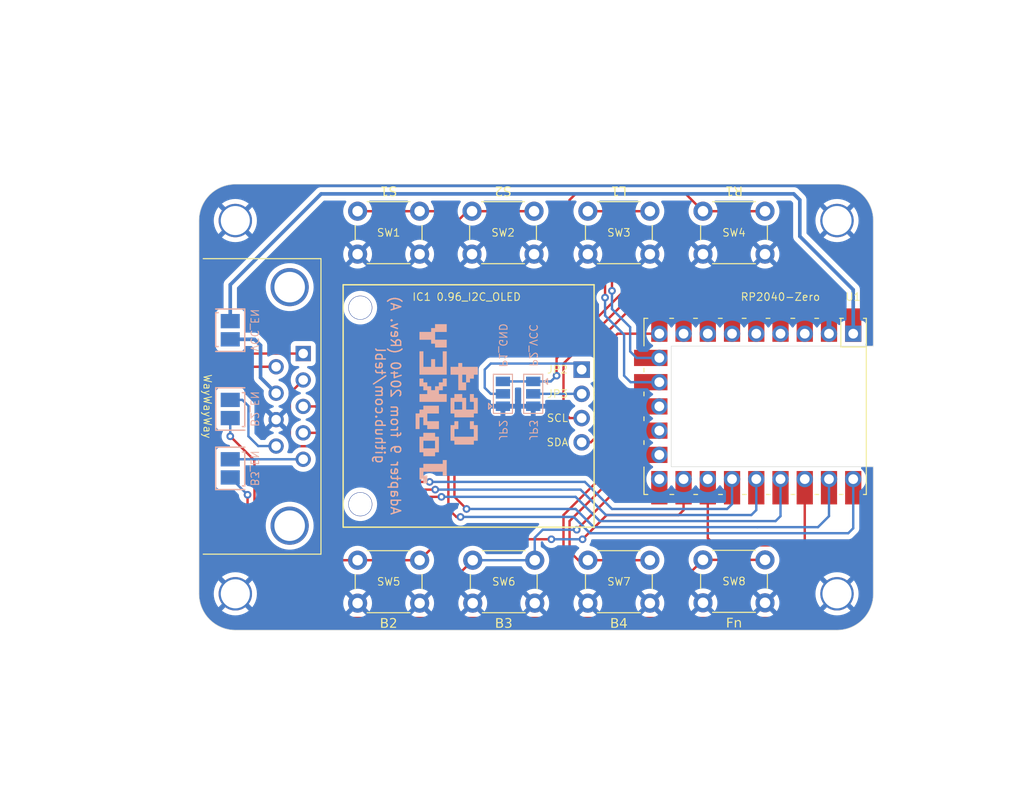
<source format=kicad_pcb>
(kicad_pcb (version 20240108) (generator "pcbnew") (generator_version "8.0")
  (layers (0 "F.Cu" signal) (31 "B.Cu" signal) (34 "B.Paste" user) (35 "F.Paste" user) (36 "B.SilkS" user "B.Silkscreen") (37 "F.SilkS" user "F.Silkscreen") (38 "B.Mask" user) (39 "F.Mask" user) (44 "Edge.Cuts" user))
  (net 0 "")
  (net 1 "GND")
  (net 2 "B1")
  (net 3 "VCC")
  (net 4 "UP")
  (net 5 "DOWN")
  (net 6 "LEFT")
  (net 7 "Net-(J1-VCC)")
  (net 8 "Net-(JP5-A)")
  (net 9 "RIGHT")
  (net 10 "Net-(JP1-A)")
  (net 11 "B2")
  (net 12 "B3")
  (net 13 "S1")
  (net 14 "S2")
  (net 15 "L1")
  (net 16 "R1")
  (net 17 "I2C_SDA")
  (net 18 "B4")
  (net 19 "+3V3")
  (net 20 "Function")
  (net 21 "I2C_SCL")
  (net 27 "/L2_1")
  (net 30 "Net-(IC1-VCC)")
  (net 31 "Net-(IC1-GND)")
  (net 32 "/L2")
  (footprint "mounting:M3_pin" (layer "F.Cu") (at 163.0925 98.679 -90)
    (property "Reference" "M1" (hide yes))
    (property "Value" "Mounting" (hide yes))
    (pad "1" thru_hole circle (at 0 0 270) (size 3.5 3.5) (drill 3.048) (layers "*.Cu" "*.Mask") (net 1 "GND"))
  )
  (footprint "mounting:M3_pin" (layer "F.Cu") (at 163.0925 137.795 -90)
    (property "Reference" "M2" (hide yes))
    (property "Value" "Mounting" (hide yes))
    (pad "1" thru_hole circle (at 0 0 270) (size 3.5 3.5) (drill 3.048) (layers "*.Cu" "*.Mask") (net 1 "GND"))
  )
  (footprint "mounting:M3_pin" (layer "F.Cu") (at 226.148 137.795 -90)
    (property "Reference" "M3" (hide yes))
    (property "Value" "Mounting" (hide yes))
    (pad "1" thru_hole circle (at 0 0 270) (size 3.5 3.5) (drill 3.048) (layers "*.Cu" "*.Mask") (net 1 "GND"))
  )
  (footprint "mounting:M3_pin" (layer "F.Cu") (at 226.148 98.679 -90)
    (property "Reference" "M4" (hide yes))
    (property "Value" "Mounting" (hide yes))
    (pad "1" thru_hole circle (at 0 0 270) (size 3.5 3.5) (drill 3.048) (layers "*.Cu" "*.Mask") (net 1 "GND"))
  )
  (footprint "switch_cutout:SW_PUSH_6mm" (layer "F.Cu") (at 179.158 99.949)
    (property "Reference" "SW1" (hide yes))
    (property "Value" "S1" (at 0 -4.4196 180) (layer "F.SilkS") (effects (font (thickness 0.1))))
    (fp_line (start -3.5 -0.75) (end -3.5 0.75) (stroke (width 0.12)) (layer "F.SilkS"))
    (fp_line (start -2.25 3.25) (end 2.25 3.25) (stroke (width 0.12)) (layer "F.SilkS"))
    (fp_line (start 2.25 -3.25) (end -2.25 -3.25) (stroke (width 0.12)) (layer "F.SilkS"))
    (fp_line (start 3.5 0.75) (end 3.5 -0.75) (stroke (width 0.12)) (layer "F.SilkS"))
    (fp_text user "${REFERENCE}" (at 0 0 0) (layer "F.SilkS") (effects (font (size 0.8 0.8) (thickness 0.1))))
    (pad "1" thru_hole circle (at -3.25 -2.25 90) (size 2 2) (drill 1.1) (layers "*.Cu" "*.Mask") (net 13 "S1"))
    (pad "1" thru_hole circle (at 3.25 -2.25 90) (size 2 2) (drill 1.1) (layers "*.Cu" "*.Mask") (net 13 "S1"))
    (pad "2" thru_hole circle (at -3.25 2.25 90) (size 2 2) (drill 1.1) (layers "*.Cu" "*.Mask") (net 1 "GND"))
    (pad "2" thru_hole circle (at 3.25 2.25 90) (size 2 2) (drill 1.1) (layers "*.Cu" "*.Mask") (net 1 "GND"))
  )
  (footprint "switch_cutout:SW_PUSH_6mm" (layer "F.Cu") (at 203.288 136.525)
    (property "Reference" "SW7" (hide yes))
    (property "Value" "B4" (at 0 4.4196 0) (layer "F.SilkS") (effects (font (thickness 0.1))))
    (fp_line (start -3.5 -0.75) (end -3.5 0.75) (stroke (width 0.12)) (layer "F.SilkS"))
    (fp_line (start -2.25 3.25) (end 2.25 3.25) (stroke (width 0.12)) (layer "F.SilkS"))
    (fp_line (start 2.25 -3.25) (end -2.25 -3.25) (stroke (width 0.12)) (layer "F.SilkS"))
    (fp_line (start 3.5 0.75) (end 3.5 -0.75) (stroke (width 0.12)) (layer "F.SilkS"))
    (fp_text user "${REFERENCE}" (at 0 0 0) (layer "F.SilkS") (effects (font (size 0.8 0.8) (thickness 0.1))))
    (pad "1" thru_hole circle (at -3.25 -2.25 90) (size 2 2) (drill 1.1) (layers "*.Cu" "*.Mask") (net 18 "B4"))
    (pad "1" thru_hole circle (at 3.25 -2.25 90) (size 2 2) (drill 1.1) (layers "*.Cu" "*.Mask") (net 18 "B4"))
    (pad "2" thru_hole circle (at -3.25 2.25 90) (size 2 2) (drill 1.1) (layers "*.Cu" "*.Mask") (net 1 "GND"))
    (pad "2" thru_hole circle (at 3.25 2.25 90) (size 2 2) (drill 1.1) (layers "*.Cu" "*.Mask") (net 1 "GND"))
  )
  (footprint "pi_pico:RP2040-Zero_Clean" (layer "F.Cu") (at 203.718 118.1565 -90)
    (property "Reference" "U1" (at -11.4765 -24.12 0) (layer "F.SilkS") (effects (font (size 0.8 0.8) (thickness 0.1))))
    (property "Value" "RP2040-Zero" (at -11.4765 -16.5 0) (layer "F.SilkS") (effects (font (size 0.8 0.8) (thickness 0.1))))
    (fp_line (start -6.35 -2.2) (end -9.23 -2.2) (stroke (width 0.12)) (layer "F.SilkS"))
    (fp_line (start -4.01 -2.2) (end -3.61 -2.2) (stroke (width 0.12)) (layer "F.SilkS"))
    (fp_line (start -1.51 -2.2) (end -1.11 -2.2) (stroke (width 0.12)) (layer "F.SilkS"))
    (fp_line (start 1.09 -2.2) (end 1.49 -2.2) (stroke (width 0.12)) (layer "F.SilkS"))
    (fp_line (start 3.59 -2.2) (end 3.99 -2.2) (stroke (width 0.12)) (layer "F.SilkS"))
    (fp_line (start 9.23 -2.2) (end 6.35 -2.2) (stroke (width 0.12)) (layer "F.SilkS"))
    (fp_line (start -9.23 -2.6) (end -9.23 -2.2) (stroke (width 0.12)) (layer "F.SilkS"))
    (fp_line (start 9.23 -2.6) (end 9.23 -2.2) (stroke (width 0.12)) (layer "F.SilkS"))
    (fp_line (start -9.23 -5.3) (end -9.23 -4.9) (stroke (width 0.12)) (layer "F.SilkS"))
    (fp_line (start 9.23 -5.32) (end 9.23 -4.92) (stroke (width 0.12)) (layer "F.SilkS"))
    (fp_line (start -9.23 -7.8) (end -9.23 -7.4) (stroke (width 0.12)) (layer "F.SilkS"))
    (fp_line (start 9.23 -7.82) (end 9.23 -7.42) (stroke (width 0.12)) (layer "F.SilkS"))
    (fp_line (start -9.23 -10.4) (end -9.23 -10) (stroke (width 0.12)) (layer "F.SilkS"))
    (fp_line (start 9.23 -10.42) (end 9.23 -10.02) (stroke (width 0.12)) (layer "F.SilkS"))
    (fp_line (start -9.23 -12.9) (end -9.23 -12.5) (stroke (width 0.12)) (layer "F.SilkS"))
    (fp_line (start 9.23 -12.92) (end 9.23 -12.52) (stroke (width 0.12)) (layer "F.SilkS"))
    (fp_line (start -9.23 -15.4) (end -9.23 -15) (stroke (width 0.12)) (layer "F.SilkS"))
    (fp_line (start 9.23 -15.42) (end 9.23 -15.02) (stroke (width 0.12)) (layer "F.SilkS"))
    (fp_line (start -9.23 -18) (end -9.23 -17.6) (stroke (width 0.12)) (layer "F.SilkS"))
    (fp_line (start 9.23 -18.02) (end 9.23 -17.62) (stroke (width 0.12)) (layer "F.SilkS"))
    (fp_line (start -9.23 -20.5) (end -9.23 -20.1) (stroke (width 0.12)) (layer "F.SilkS"))
    (fp_line (start 9.23 -20.52) (end 9.23 -20.12) (stroke (width 0.12)) (layer "F.SilkS"))
    (fp_line (start -9.23 -22.833) (end -6.223 -22.833) (stroke (width 0.12)) (layer "F.SilkS"))
    (fp_line (start -6.223 -22.833) (end -6.223 -25.5) (stroke (width 0.12)) (layer "F.SilkS"))
    (fp_line (start 9.23 -23.06) (end 9.23 -22.66) (stroke (width 0.12)) (layer "F.SilkS"))
    (fp_line (start -9.23 -23.1) (end -9.23 -22.7) (stroke (width 0.12)) (layer "F.SilkS"))
    (fp_line (start -9.23 -25.5) (end -9.23 -25.2) (stroke (width 0.12)) (layer "F.SilkS"))
    (fp_line (start -9.23 -25.5) (end 9.23 -25.5) (stroke (width 0.12)) (layer "F.SilkS"))
    (fp_line (start 9.23 -25.5) (end 9.23 -25.2) (stroke (width 0.12)) (layer "F.SilkS"))
    (pad "1" thru_hole rect (at -7.62 -24.13 270) (size 1.7 1.7) (drill 1.02) (layers "*.Cu" "*.Mask") (net 3 "VCC"))
    (pad "1" smd rect (at -7.62 -24.13 270) (size 3.5 1.7) (drill (offset -0.9 0)) (layers "F.Cu" "F.Mask") (net 3 "VCC"))
    (pad "2" thru_hole oval (at -7.62 -21.59 270) (size 1.7 1.7) (drill 1.02) (layers "*.Cu" "*.Mask") (net 1 "GND"))
    (pad "2" smd rect (at -7.62 -21.59 270) (size 3.5 1.7) (drill (offset -0.9 0)) (layers "F.Cu" "F.Mask") (net 1 "GND"))
    (pad "3" thru_hole oval (at -7.62 -19.05 270) (size 1.7 1.7) (drill 1.02) (layers "*.Cu" "*.Mask") (net 19 "+3V3"))
    (pad "3" smd rect (at -7.62 -19.05 270) (size 3.5 1.7) (drill (offset -0.9 0)) (layers "F.Cu" "F.Mask") (net 19 "+3V3"))
    (pad "4" thru_hole oval (at -7.62 -16.51 270) (size 1.7 1.7) (drill 1.02) (layers "*.Cu" "*.Mask"))
    (pad "4" smd rect (at -7.62 -16.51 270) (size 3.5 1.7) (drill (offset -0.9 0)) (layers "F.Cu" "F.Mask"))
    (pad "5" thru_hole oval (at -7.62 -13.97 270) (size 1.7 1.7) (drill 1.02) (layers "*.Cu" "*.Mask"))
    (pad "5" smd rect (at -7.62 -13.97 270) (size 3.5 1.7) (drill (offset -0.9 0)) (layers "F.Cu" "F.Mask"))
    (pad "6" thru_hole oval (at -7.62 -11.43 270) (size 1.7 1.7) (drill 1.02) (layers "*.Cu" "*.Mask") (net 21 "I2C_SCL"))
    (pad "6" smd rect (at -7.62 -11.43 270) (size 3.5 1.7) (drill (offset -0.9 0)) (layers "F.Cu" "F.Mask") (net 21 "I2C_SCL"))
    (pad "7" thru_hole oval (at -7.62 -8.89 270) (size 1.7 1.7) (drill 1.02) (layers "*.Cu" "*.Mask") (net 17 "I2C_SDA"))
    (pad "7" smd rect (at -7.62 -8.89 270) (size 3.5 1.7) (drill (offset -0.9 0)) (layers "F.Cu" "F.Mask") (net 17 "I2C_SDA"))
    (pad "8" thru_hole oval (at -7.62 -6.35 270) (size 1.7 1.7) (drill 1.02) (layers "*.Cu" "*.Mask"))
    (pad "8" smd rect (at -7.62 -6.35 270) (size 3.5 1.7) (drill (offset -0.9 0)) (layers "F.Cu" "F.Mask"))
    (pad "9" thru_hole oval (at -7.62 -3.81 270) (size 1.7 1.7) (drill 1.02) (layers "*.Cu" "*.Mask") (net 20 "Function"))
    (pad "9" smd rect (at -7.62 -3.81 270) (size 3.5 1.7) (drill (offset -0.9 0)) (layers "F.Cu" "F.Mask") (net 20 "Function"))
    (pad "10" thru_hole oval (at -5.08 -3.81) (size 1.7 1.7) (drill 1.02) (layers "*.Cu" "*.Mask") (net 15 "L1"))
    (pad "10" smd rect (at -5.08 -3.81) (size 3.5 1.7) (drill (offset -0.9 0)) (layers "F.Cu" "F.Mask") (net 15 "L1"))
    (pad "11" thru_hole oval (at -2.54 -3.81) (size 1.7 1.7) (drill 1.02) (layers "*.Cu" "*.Mask") (net 16 "R1"))
    (pad "11" smd rect (at -2.54 -3.81) (size 3.5 1.7) (drill (offset -0.9 0)) (layers "F.Cu" "F.Mask") (net 16 "R1"))
    (pad "12" thru_hole oval (at 0 -3.81) (size 1.7 1.7) (drill 1.02) (layers "*.Cu" "*.Mask") (net 18 "B4"))
    (pad "12" smd rect (at 0 -3.81) (size 3.5 1.7) (drill (offset -0.9 0)) (layers "F.Cu" "F.Mask") (net 18 "B4"))
    (pad "13" thru_hole oval (at 2.54 -3.81 270) (size 1.7 1.7) (drill 1.02) (layers "*.Cu" "*.Mask") (net 12 "B3"))
    (pad "13" smd rect (at 2.54 -3.81) (size 3.5 1.7) (drill (offset -0.9 0)) (layers "F.Cu" "F.Mask") (net 12 "B3"))
    (pad "14" thru_hole oval (at 5.08 -3.81) (size 1.7 1.7) (drill 1.02) (layers "*.Cu" "*.Mask") (net 27 "/L2_1"))
    (pad "14" smd rect (at 5.08 -3.81) (size 3.5 1.7) (drill (offset -0.9 0)) (layers "F.Cu" "F.Mask") (net 32 "/L2"))
    (pad "15" thru_hole oval (at 7.62 -3.81 270) (size 1.7 1.7) (drill 1.02) (layers "*.Cu" "*.Mask"))
    (pad "15" smd rect (at 7.62 -3.81 270) (size 3.5 1.7) (drill (offset 0.9 0)) (layers "F.Cu" "F.Mask"))
    (pad "16" thru_hole oval (at 7.62 -6.35 270) (size 1.7 1.7) (drill 1.02) (layers "*.Cu" "*.Mask") (net 11 "B2"))
    (pad "16" smd rect (at 7.62 -6.35 270) (size 3.5 1.7) (drill (offset 0.9 0)) (layers "F.Cu" "F.Mask") (net 11 "B2"))
    (pad "17" thru_hole oval (at 7.62 -8.89 270) (size 1.7 1.7) (drill 1.02) (layers "*.Cu" "*.Mask") (net 2 "B1"))
    (pad "17" smd rect (at 7.62 -8.89 270) (size 3.5 1.7) (drill (offset 0.9 0)) (layers "F.Cu" "F.Mask") (net 2 "B1"))
    (pad "18" thru_hole oval (at 7.62 -11.43 270) (size 1.7 1.7) (drill 1.02) (layers "*.Cu" "*.Mask") (net 6 "LEFT"))
    (pad "18" smd rect (at 7.62 -11.43 270) (size 3.5 1.7) (drill (offset 0.9 0)) (layers "F.Cu" "F.Mask") (net 6 "LEFT"))
    (pad "19" thru_hole oval (at 7.62 -13.97 270) (size 1.7 1.7) (drill 1.02) (layers "*.Cu" "*.Mask") (net 9 "RIGHT"))
    (pad "19" smd rect (at 7.62 -13.97 270) (size 3.5 1.7) (drill (offset 0.9 0)) (layers "F.Cu" "F.Mask") (net 9 "RIGHT"))
    (pad "20" thru_hole oval (at 7.62 -16.51 270) (size 1.7 1.7) (drill 1.02) (layers "*.Cu" "*.Mask") (net 5 "DOWN"))
    (pad "20" smd rect (at 7.62 -16.51 270) (size 3.5 1.7) (drill (offset 0.9 0)) (layers "F.Cu" "F.Mask") (net 5 "DOWN"))
    (pad "21" thru_hole oval (at 7.62 -19.05 270) (size 1.7 1.7) (drill 1.02) (layers "*.Cu" "*.Mask") (net 4 "UP"))
    (pad "21" smd rect (at 7.62 -19.05 270) (size 3.5 1.7) (drill (offset 0.9 0)) (layers "F.Cu" "F.Mask") (net 4 "UP"))
    (pad "22" thru_hole oval (at 7.62 -21.59 270) (size 1.7 1.7) (drill 1.02) (layers "*.Cu" "*.Mask") (net 14 "S2"))
    (pad "22" smd rect (at 7.62 -21.59 270) (size 3.5 1.7) (drill (offset 0.9 0)) (layers "F.Cu" "F.Mask") (net 14 "S2"))
    (pad "23" thru_hole oval (at 7.62 -24.13 270) (size 1.7 1.7) (drill 1.02) (layers "*.Cu" "*.Mask") (net 13 "S1"))
    (pad "23" smd rect (at 7.62 -24.13 270) (size 3.5 1.7) (drill (offset 0.9 0)) (layers "F.Cu" "F.Mask") (net 13 "S1"))
  )
  (footprint "switch_cutout:SW_PUSH_6mm" (layer "F.Cu") (at 215.353 99.949)
    (property "Reference" "SW4" (hide yes))
    (property "Value" "R1" (at 0 -4.4196 180) (layer "F.SilkS") (effects (font (thickness 0.1))))
    (fp_line (start -3.5 -0.75) (end -3.5 0.75) (stroke (width 0.12)) (layer "F.SilkS"))
    (fp_line (start -2.25 3.25) (end 2.25 3.25) (stroke (width 0.12)) (layer "F.SilkS"))
    (fp_line (start 2.25 -3.25) (end -2.25 -3.25) (stroke (width 0.12)) (layer "F.SilkS"))
    (fp_line (start 3.5 0.75) (end 3.5 -0.75) (stroke (width 0.12)) (layer "F.SilkS"))
    (fp_text user "${REFERENCE}" (at 0 0 0) (layer "F.SilkS") (effects (font (size 0.8 0.8) (thickness 0.1))))
    (pad "1" thru_hole circle (at -3.25 -2.25 90) (size 2 2) (drill 1.1) (layers "*.Cu" "*.Mask") (net 16 "R1"))
    (pad "1" thru_hole circle (at 3.25 -2.25 90) (size 2 2) (drill 1.1) (layers "*.Cu" "*.Mask") (net 16 "R1"))
    (pad "2" thru_hole circle (at -3.25 2.25 90) (size 2 2) (drill 1.1) (layers "*.Cu" "*.Mask") (net 1 "GND"))
    (pad "2" thru_hole circle (at 3.25 2.25 90) (size 2 2) (drill 1.1) (layers "*.Cu" "*.Mask") (net 1 "GND"))
  )
  (footprint "switch_cutout:SW_PUSH_6mm" (layer "F.Cu") (at 203.288 99.949)
    (property "Reference" "SW3" (hide yes))
    (property "Value" "L1" (at 0 -4.4196 180) (layer "F.SilkS") (effects (font (thickness 0.1))))
    (fp_line (start -3.5 -0.75) (end -3.5 0.75) (stroke (width 0.12)) (layer "F.SilkS"))
    (fp_line (start -2.25 3.25) (end 2.25 3.25) (stroke (width 0.12)) (layer "F.SilkS"))
    (fp_line (start 2.25 -3.25) (end -2.25 -3.25) (stroke (width 0.12)) (layer "F.SilkS"))
    (fp_line (start 3.5 0.75) (end 3.5 -0.75) (stroke (width 0.12)) (layer "F.SilkS"))
    (fp_text user "${REFERENCE}" (at 0 0 0) (layer "F.SilkS") (effects (font (size 0.8 0.8) (thickness 0.1))))
    (pad "1" thru_hole circle (at -3.25 -2.25 90) (size 2 2) (drill 1.1) (layers "*.Cu" "*.Mask") (net 15 "L1"))
    (pad "1" thru_hole circle (at 3.25 -2.25 90) (size 2 2) (drill 1.1) (layers "*.Cu" "*.Mask") (net 15 "L1"))
    (pad "2" thru_hole circle (at -3.25 2.25 90) (size 2 2) (drill 1.1) (layers "*.Cu" "*.Mask") (net 1 "GND"))
    (pad "2" thru_hole circle (at 3.25 2.25 90) (size 2 2) (drill 1.1) (layers "*.Cu" "*.Mask") (net 1 "GND"))
  )
  (footprint "switch_cutout:SW_PUSH_6mm" (layer "F.Cu") (at 191.148 99.949)
    (property "Reference" "SW2" (hide yes))
    (property "Value" "S2" (at 0 -4.4196 180) (layer "F.SilkS") (effects (font (thickness 0.1))))
    (fp_line (start -3.5 -0.75) (end -3.5 0.75) (stroke (width 0.12)) (layer "F.SilkS"))
    (fp_line (start -2.25 3.25) (end 2.25 3.25) (stroke (width 0.12)) (layer "F.SilkS"))
    (fp_line (start 2.25 -3.25) (end -2.25 -3.25) (stroke (width 0.12)) (layer "F.SilkS"))
    (fp_line (start 3.5 0.75) (end 3.5 -0.75) (stroke (width 0.12)) (layer "F.SilkS"))
    (fp_text user "${REFERENCE}" (at 0 0 0) (layer "F.SilkS") (effects (font (size 0.8 0.8) (thickness 0.1))))
    (pad "1" thru_hole circle (at -3.25 -2.25 90) (size 2 2) (drill 1.1) (layers "*.Cu" "*.Mask") (net 14 "S2"))
    (pad "1" thru_hole circle (at 3.25 -2.25 90) (size 2 2) (drill 1.1) (layers "*.Cu" "*.Mask") (net 14 "S2"))
    (pad "2" thru_hole circle (at -3.25 2.25 90) (size 2 2) (drill 1.1) (layers "*.Cu" "*.Mask") (net 1 "GND"))
    (pad "2" thru_hole circle (at 3.25 2.25 90) (size 2 2) (drill 1.1) (layers "*.Cu" "*.Mask") (net 1 "GND"))
  )
  (footprint "switch_cutout:SW_PUSH_6mm" (layer "F.Cu") (at 179.158 136.525)
    (property "Reference" "SW5" (hide yes))
    (property "Value" "B2" (at 0 4.4196 0) (layer "F.SilkS") (effects (font (thickness 0.1))))
    (fp_line (start -3.5 -0.75) (end -3.5 0.75) (stroke (width 0.12)) (layer "F.SilkS"))
    (fp_line (start -2.25 3.25) (end 2.25 3.25) (stroke (width 0.12)) (layer "F.SilkS"))
    (fp_line (start 2.25 -3.25) (end -2.25 -3.25) (stroke (width 0.12)) (layer "F.SilkS"))
    (fp_line (start 3.5 0.75) (end 3.5 -0.75) (stroke (width 0.12)) (layer "F.SilkS"))
    (fp_text user "${REFERENCE}" (at 0 0 0) (layer "F.SilkS") (effects (font (size 0.8 0.8) (thickness 0.1))))
    (pad "1" thru_hole circle (at -3.25 -2.25 90) (size 2 2) (drill 1.1) (layers "*.Cu" "*.Mask") (net 11 "B2"))
    (pad "1" thru_hole circle (at 3.25 -2.25 90) (size 2 2) (drill 1.1) (layers "*.Cu" "*.Mask") (net 11 "B2"))
    (pad "2" thru_hole circle (at -3.25 2.25 90) (size 2 2) (drill 1.1) (layers "*.Cu" "*.Mask") (net 1 "GND"))
    (pad "2" thru_hole circle (at 3.25 2.25 90) (size 2 2) (drill 1.1) (layers "*.Cu" "*.Mask") (net 1 "GND"))
  )
  (footprint "RND_DSUB:DSUB-9_Male_Horizontal_P2.77x2.84mm_EdgePinOffset7.70mm_Housed_MountingHolesOffset9.12mm" (layer "F.Cu") (at 170.2075 112.6165 -90)
    (property "Reference" "J1" (hide yes))
    (property "Value" "Atari")
    (fp_line (start -9.945 10.48) (end -9.945 -1.86) (stroke (width 0.12)) (layer "F.SilkS"))
    (fp_line (start -9.945 -1.86) (end 21.025 -1.86) (stroke (width 0.12)) (layer "F.SilkS"))
    (fp_line (start 21.025 -1.86) (end 21.025 10.48) (stroke (width 0.12)) (layer "F.SilkS"))
    (pad "0" thru_hole circle (at -6.96 1.42 270) (size 4 4) (drill 3.2) (layers "*.Cu" "*.Mask"))
    (pad "0" thru_hole circle (at 18.04 1.42 270) (size 4 4) (drill 3.2) (layers "*.Cu" "*.Mask"))
    (pad "1" thru_hole rect (at 0 0 270) (size 1.6 1.6) (drill 1) (layers "*.Cu" "*.Mask") (net 4 "UP"))
    (pad "2" thru_hole circle (at 2.77 0 270) (size 1.6 1.6) (drill 1) (layers "*.Cu" "*.Mask") (net 5 "DOWN"))
    (pad "3" thru_hole circle (at 5.54 0 270) (size 1.6 1.6) (drill 1) (layers "*.Cu" "*.Mask") (net 6 "LEFT"))
    (pad "4" thru_hole circle (at 8.31 0 270) (size 1.6 1.6) (drill 1) (layers "*.Cu" "*.Mask") (net 9 "RIGHT"))
    (pad "5" thru_hole circle (at 11.08 0 270) (size 1.6 1.6) (drill 1) (layers "*.Cu" "*.Mask") (net 8 "Net-(JP5-A)"))
    (pad "6" thru_hole circle (at 1.385 2.84 270) (size 1.6 1.6) (drill 1) (layers "*.Cu" "*.Mask") (net 2 "B1"))
    (pad "7" thru_hole circle (at 4.155 2.84 270) (size 1.6 1.6) (drill 1) (layers "*.Cu" "*.Mask") (net 7 "Net-(J1-VCC)"))
    (pad "8" thru_hole circle (at 6.925 2.84 270) (size 1.6 1.6) (drill 1) (layers "*.Cu" "*.Mask") (net 1 "GND"))
    (pad "9" thru_hole circle (at 9.695 2.84 270) (size 1.6 1.6) (drill 1) (layers "*.Cu" "*.Mask") (net 10 "Net-(JP1-A)"))
  )
  (footprint "switch_cutout:SW_PUSH_6mm" (layer "F.Cu") (at 191.223 136.525)
    (property "Reference" "SW6" (hide yes))
    (property "Value" "B3" (at 0 4.4196 0) (layer "F.SilkS") (effects (font (thickness 0.1))))
    (fp_line (start -3.5 -0.75) (end -3.5 0.75) (stroke (width 0.12)) (layer "F.SilkS"))
    (fp_line (start -2.25 3.25) (end 2.25 3.25) (stroke (width 0.12)) (layer "F.SilkS"))
    (fp_line (start 2.25 -3.25) (end -2.25 -3.25) (stroke (width 0.12)) (layer "F.SilkS"))
    (fp_line (start 3.5 0.75) (end 3.5 -0.75) (stroke (width 0.12)) (layer "F.SilkS"))
    (fp_text user "${REFERENCE}" (at 0 0 0) (layer "F.SilkS") (effects (font (size 0.8 0.8) (thickness 0.1))))
    (pad "1" thru_hole circle (at -3.25 -2.25 90) (size 2 2) (drill 1.1) (layers "*.Cu" "*.Mask") (net 12 "B3"))
    (pad "1" thru_hole circle (at 3.25 -2.25 90) (size 2 2) (drill 1.1) (layers "*.Cu" "*.Mask") (net 12 "B3"))
    (pad "2" thru_hole circle (at -3.25 2.25 90) (size 2 2) (drill 1.1) (layers "*.Cu" "*.Mask") (net 1 "GND"))
    (pad "2" thru_hole circle (at 3.25 2.25 90) (size 2 2) (drill 1.1) (layers "*.Cu" "*.Mask") (net 1 "GND"))
  )
  (footprint "switch_cutout:SW_PUSH_6mm" (layer "F.Cu") (at 215.353 136.489)
    (property "Reference" "SW8" (hide yes))
    (property "Value" "Fn" (at 0 4.4196 0) (layer "F.SilkS") (effects (font (thickness 0.1))))
    (fp_line (start -3.5 -0.75) (end -3.5 0.75) (stroke (width 0.12)) (layer "F.SilkS"))
    (fp_line (start -2.25 3.25) (end 2.25 3.25) (stroke (width 0.12)) (layer "F.SilkS"))
    (fp_line (start 2.25 -3.25) (end -2.25 -3.25) (stroke (width 0.12)) (layer "F.SilkS"))
    (fp_line (start 3.5 0.75) (end 3.5 -0.75) (stroke (width 0.12)) (layer "F.SilkS"))
    (fp_text user "${REFERENCE}" (at 0 0 0) (layer "F.SilkS") (effects (font (size 0.8 0.8) (thickness 0.1))))
    (pad "1" thru_hole circle (at -3.25 -2.25 90) (size 2 2) (drill 1.1) (layers "*.Cu" "*.Mask") (net 20 "Function"))
    (pad "1" thru_hole circle (at 3.25 -2.25 90) (size 2 2) (drill 1.1) (layers "*.Cu" "*.Mask") (net 20 "Function"))
    (pad "2" thru_hole circle (at -3.25 2.25 90) (size 2 2) (drill 1.1) (layers "*.Cu" "*.Mask") (net 1 "GND"))
    (pad "2" thru_hole circle (at 3.25 2.25 90) (size 2 2) (drill 1.1) (layers "*.Cu" "*.Mask") (net 1 "GND"))
  )
  (footprint "i2c_oled:0.96_I2C_OLED_NEW_Top" (layer "F.Cu") (at 199.39 118.11 -90)
    (property "Reference" "IC1" (at -11.43 16.764 0) (layer "F.SilkS") (effects (font (size 0.8 0.8) (thickness 0.1))))
    (property "Value" "0.96_I2C_OLED" (at -11.43 10.795 0) (layer "F.SilkS") (effects (font (size 0.8 0.8) (thickness 0.1))))
    (fp_line (start -12.7 25) (end 12.7 25) (stroke (width 0.15)) (layer "F.SilkS"))
    (fp_line (start 12.7 25) (end 12.7 -1.3) (stroke (width 0.15)) (layer "F.SilkS"))
    (fp_line (start -12.7 -1.3) (end -12.7 25) (stroke (width 0.15)) (layer "F.SilkS"))
    (fp_line (start -12.7 -1.3) (end 12.7 -1.3) (stroke (width 0.15)) (layer "F.SilkS"))
    (pad "" np_thru_hole circle (at -10.3 23.2 270) (size 2.5 2.5) (drill 2.4) (layers "*.Cu" "*.Mask"))
    (pad "" np_thru_hole circle (at 10.3 23.2 270) (size 2.5 2.5) (drill 2.4) (layers "*.Cu" "*.Mask"))
    (pad "1" thru_hole rect (at -3.81 0 270) (size 1.7272 1.7272) (drill 1.016) (layers "*.Cu" "*.Mask") (net 31 "Net-(IC1-GND)"))
    (pad "2" thru_hole circle (at -1.27 0 270) (size 1.7272 1.7272) (drill 1.016) (layers "*.Cu" "*.Mask") (net 30 "Net-(IC1-VCC)"))
    (pad "3" thru_hole circle (at 1.27 0 270) (size 1.7272 1.7272) (drill 1.016) (layers "*.Cu" "*.Mask") (net 21 "I2C_SCL"))
    (pad "4" thru_hole circle (at 3.81 0 270) (size 1.7272 1.7272) (drill 1.016) (layers "*.Cu" "*.Mask") (net 17 "I2C_SDA"))
  )
  (footprint "logo:c64_joykey" (layer "B.Cu") (at 185.42 118.11 90)
    (property "Reference" "G***" (hide yes))
    (property "Value" "LOGO" (hide yes))
    (fp_poly (pts (xy 5.72072 -0.584785) (xy 4.093493 -0.584785) (xy 4.093493 -1.398399) (xy 4.907107 -1.398399) (xy 4.907107 -1.805206) (xy 4.093493 -1.805206) (xy 4.093493 -2.618819) (xy 5.72072 -2.618819) (xy 5.72072 -3.025626) (xy 3.27988 -3.025626) (xy 3.27988 -0.177978) (xy 5.72072 -0.177978) (xy 5.72072 -0.584785)) (stroke (width 0.01)) (fill solid) (layer "B.SilkS"))
    (fp_poly (pts (xy 6.941141 -1.398399) (xy 7.754754 -1.398399) (xy 7.754754 -0.177978) (xy 8.568368 -0.177978) (xy 8.568368 -1.398399) (xy 8.161561 -1.398399) (xy 8.161561 -1.805206) (xy 7.754754 -1.805206) (xy 7.754754 -3.025626) (xy 6.941141 -3.025626) (xy 6.941141 -1.805206) (xy 6.534334 -1.805206) (xy 6.534334 -1.398399) (xy 6.127527 -1.398399) (xy 6.127527 -0.177978) (xy 6.941141 -0.177978) (xy 6.941141 -1.398399)) (stroke (width 0.01)) (fill solid) (layer "B.SilkS"))
    (fp_poly (pts (xy -5.66987 -0.584785) (xy -6.076677 -0.584785) (xy -6.076677 -2.618819) (xy -6.483484 -2.618819) (xy -6.483484 -3.025626) (xy -7.703904 -3.025626) (xy -7.703904 -2.618819) (xy -8.110711 -2.618819) (xy -8.110711 -2.212012) (xy -7.297097 -2.212012) (xy -7.297097 -2.618819) (xy -6.890291 -2.618819) (xy -6.890291 -0.584785) (xy -7.297097 -0.584785) (xy -7.297097 -0.177978) (xy -5.66987 -0.177978) (xy -5.66987 -0.584785)) (stroke (width 0.01)) (fill solid) (layer "B.SilkS"))
    (fp_poly (pts (xy -1.601802 -2.212012) (xy -0.788189 -2.212012) (xy -0.788189 -0.991592) (xy 0.025425 -0.991592) (xy 0.025425 -2.618819) (xy -0.381382 -2.618819) (xy -0.381382 -3.025626) (xy -0.788189 -3.025626) (xy -0.788189 -3.432433) (xy -2.415416 -3.432433) (xy -2.415416 -3.025626) (xy -1.194995 -3.025626) (xy -1.194995 -2.618819) (xy -2.008609 -2.618819) (xy -2.008609 -2.212012) (xy -2.415416 -2.212012) (xy -2.415416 -0.991592) (xy -1.601802 -0.991592) (xy -1.601802 -2.212012)) (stroke (width 0.01)) (fill solid) (layer "B.SilkS"))
    (fp_poly (pts (xy -3.229029 -1.398399) (xy -2.822223 -1.398399) (xy -2.822223 -2.618819) (xy -3.229029 -2.618819) (xy -3.229029 -3.025626) (xy -4.856257 -3.025626) (xy -4.856257 -2.618819) (xy -5.263063 -2.618819) (xy -5.263063 -1.398399) (xy -4.856257 -1.398399) (xy -4.44945 -1.398399) (xy -4.44945 -2.618819) (xy -3.635836 -2.618819) (xy -3.635836 -1.398399) (xy -4.44945 -1.398399) (xy -4.856257 -1.398399) (xy -4.856257 -0.991592) (xy -3.229029 -0.991592) (xy -3.229029 -1.398399)) (stroke (width 0.01)) (fill solid) (layer "B.SilkS"))
    (fp_poly (pts (xy 4.093493 1.449249) (xy 4.5003 1.449249) (xy 4.5003 1.042442) (xy 4.093493 1.042442) (xy 4.093493 0.228829) (xy 3.27988 0.228829) (xy 3.27988 1.042442) (xy 1.652652 1.042442) (xy 1.652652 1.856056) (xy 2.466266 1.856056) (xy 2.466266 1.449249) (xy 3.27988 1.449249) (xy 3.27988 1.856056) (xy 2.466266 1.856056) (xy 2.466266 2.262863) (xy 2.873073 2.262863) (xy 2.873073 2.669669) (xy 3.27988 2.669669) (xy 3.27988 3.076476) (xy 4.093493 3.076476) (xy 4.093493 1.449249)) (stroke (width 0.01)) (fill solid) (layer "B.SilkS"))
    (fp_poly (pts (xy -2.008609 2.669669) (xy -1.601802 2.669669) (xy -1.601802 2.262863) (xy -2.415416 2.262863) (xy -2.415416 2.669669) (xy -3.229029 2.669669) (xy -3.229029 0.635635) (xy -2.415416 0.635635) (xy -2.415416 1.042442) (xy -1.601802 1.042442) (xy -1.601802 0.635635) (xy -2.008609 0.635635) (xy -2.008609 0.228829) (xy -3.635836 0.228829) (xy -3.635836 0.635635) (xy -4.042643 0.635635) (xy -4.042643 2.669669) (xy -3.635836 2.669669) (xy -3.635836 3.076476) (xy -2.008609 3.076476) (xy -2.008609 2.669669)) (stroke (width 0.01)) (fill solid) (layer "B.SilkS"))
    (fp_poly (pts (xy 0.839039 2.669669) (xy 1.245846 2.669669) (xy 1.245846 2.262863) (xy 0.432232 2.262863) (xy 0.432232 2.669669) (xy -0.381382 2.669669) (xy -0.381382 1.856056) (xy 0.839039 1.856056) (xy 0.839039 1.449249) (xy 1.245846 1.449249) (xy 1.245846 0.635635) (xy 0.839039 0.635635) (xy 0.839039 0.228829) (xy -0.788189 0.228829) (xy -0.788189 0.635635) (xy -1.194995 0.635635) (xy -1.194995 1.449249) (xy -0.381382 1.449249) (xy -0.381382 0.635635) (xy 0.432232 0.635635) (xy 0.432232 1.449249) (xy -0.381382 1.449249) (xy -1.194995 1.449249) (xy -1.194995 2.669669) (xy -0.788189 2.669669) (xy -0.788189 3.076476) (xy 0.839039 3.076476) (xy 0.839039 2.669669)) (stroke (width 0.01)) (fill solid) (layer "B.SilkS"))
    (fp_poly (pts (xy 1.245846 -0.991592) (xy 1.652652 -0.991592) (xy 1.652652 -0.584785) (xy 2.059459 -0.584785) (xy 2.059459 -0.177978) (xy 2.873073 -0.177978) (xy 2.873073 -0.584785) (xy 2.466266 -0.584785) (xy 2.466266 -0.991592) (xy 2.059459 -0.991592) (xy 2.059459 -1.398399) (xy 1.652652 -1.398399) (xy 1.652652 -1.805206) (xy 2.059459 -1.805206) (xy 2.059459 -2.212012) (xy 2.466266 -2.212012) (xy 2.466266 -2.618819) (xy 2.873073 -2.618819) (xy 2.873073 -3.025626) (xy 2.059459 -3.025626) (xy 2.059459 -2.618819) (xy 1.652652 -2.618819) (xy 1.652652 -2.212012) (xy 1.245846 -2.212012) (xy 1.245846 -3.025626) (xy 0.432232 -3.025626) (xy 0.432232 -0.177978) (xy 1.245846 -0.177978) (xy 1.245846 -0.991592)) (stroke (width 0.01)) (fill solid) (layer "B.SilkS"))
  )
  (footprint "solder_bridge:bridge" (layer "B.Cu") (at 162.56 111.125)
    (property "Reference" "JP6" (hide yes))
    (property "Value" "VCC_EN" (at 2.54 -0.9525 -90) (layer "B.SilkS") (effects (font (size 0.8 0.8) (thickness 0.1)) (justify mirror)))
    (fp_line (start -1.524 -2.794) (end -1.524 0.762) (stroke (width 0.15)) (layer "B.SilkS"))
    (fp_line (start -1.524 -2.794) (end -1.27 -2.794) (stroke (width 0.15)) (layer "B.SilkS"))
    (fp_line (start -1.524 0.762) (end -1.27 0.762) (stroke (width 0.15)) (layer "B.SilkS"))
    (fp_line (start -1.524 1.27) (end 1.524 1.27) (stroke (width 0.15)) (layer "B.SilkS"))
    (fp_line (start 1.524 -3.175) (end -1.524 -3.175) (stroke (width 0.15)) (layer "B.SilkS"))
    (fp_line (start 1.524 1.27) (end 1.524 -3.175) (stroke (width 0.15)) (layer "B.SilkS"))
    (pad "1" smd rect (at 0 0) (size 2 1.5) (layers "B.Cu" "B.Paste" "B.Mask") (net 7 "Net-(J1-VCC)"))
    (pad "2" smd rect (at 0 -1.905) (size 2 1.5) (layers "B.Cu" "B.Paste" "B.Mask") (net 3 "VCC"))
  )
  (footprint "solder_bridge:bridge" (layer "B.Cu") (at 162.56 123.6965 180)
    (property "Reference" "JP5" (hide yes))
    (property "Value" "B3_EN" (at -2.54 -0.9525 -90) (layer "B.SilkS") (effects (font (size 0.8 0.8) (thickness 0.1)) (justify mirror)))
    (fp_line (start 1.524 1.27) (end 1.524 -3.175) (stroke (width 0.15)) (layer "B.SilkS"))
    (fp_line (start 1.524 -3.175) (end -1.524 -3.175) (stroke (width 0.15)) (layer "B.SilkS"))
    (fp_line (start -1.524 1.27) (end 1.524 1.27) (stroke (width 0.15)) (layer "B.SilkS"))
    (fp_line (start -1.524 0.762) (end -1.27 0.762) (stroke (width 0.15)) (layer "B.SilkS"))
    (fp_line (start -1.524 -2.794) (end -1.27 -2.794) (stroke (width 0.15)) (layer "B.SilkS"))
    (fp_line (start -1.524 -2.794) (end -1.524 0.762) (stroke (width 0.15)) (layer "B.SilkS"))
    (pad "1" smd rect (at 0 0 180) (size 2 1.5) (layers "B.Cu" "B.Paste" "B.Mask") (net 8 "Net-(JP5-A)"))
    (pad "2" smd rect (at 0 -1.905 180) (size 2 1.5) (layers "B.Cu" "B.Paste" "B.Mask") (net 12 "B3"))
  )
  (footprint "solder_bridge:bridge" (layer "B.Cu") (at 162.56 117.475 180)
    (property "Reference" "JP1" (hide yes))
    (property "Value" "B2_EN" (at -2.54 -0.9525 -90) (layer "B.SilkS") (effects (font (size 0.8 0.8) (thickness 0.1)) (justify mirror)))
    (fp_line (start 1.524 1.27) (end 1.524 -3.175) (stroke (width 0.15)) (layer "B.SilkS"))
    (fp_line (start 1.524 -3.175) (end -1.524 -3.175) (stroke (width 0.15)) (layer "B.SilkS"))
    (fp_line (start -1.524 1.27) (end 1.524 1.27) (stroke (width 0.15)) (layer "B.SilkS"))
    (fp_line (start -1.524 0.762) (end -1.27 0.762) (stroke (width 0.15)) (layer "B.SilkS"))
    (fp_line (start -1.524 -2.794) (end -1.27 -2.794) (stroke (width 0.15)) (layer "B.SilkS"))
    (fp_line (start -1.524 -2.794) (end -1.524 0.762) (stroke (width 0.15)) (layer "B.SilkS"))
    (pad "1" smd rect (at 0 0 180) (size 2 1.5) (layers "B.Cu" "B.Paste" "B.Mask") (net 10 "Net-(JP1-A)"))
    (pad "2" smd rect (at 0 -1.905 180) (size 2 1.5) (layers "B.Cu" "B.Paste" "B.Mask") (net 11 "B2"))
  )
  (footprint "Jumper:SolderJumper-3_P1.3mm_Open_Pad1.0x1.5mm" (layer "B.Cu") (at 194.31 116.84 -90)
    (property "Reference" "JP3" (at 3.81 0 -90) (layer "B.SilkS") (effects (font (size 0.8 0.8) (thickness 0.1)) (justify mirror)))
    (property "Value" "P2_VCC" (at -5.08 0 -90) (layer "B.SilkS") (effects (font (size 0.8 0.8) (thickness 0.1)) (justify mirror)))
    (fp_line (start -2.05 1) (end -2.05 -1) (stroke (width 0.12)) (layer "B.SilkS"))
    (fp_line (start 2.05 1) (end -2.05 1) (stroke (width 0.12)) (layer "B.SilkS"))
    (fp_line (start -2.05 -1) (end 2.05 -1) (stroke (width 0.12)) (layer "B.SilkS"))
    (fp_line (start 2.05 -1) (end 2.05 1) (stroke (width 0.12)) (layer "B.SilkS"))
    (fp_line (start -1.6 -1.5) (end -1.3 -1.2) (stroke (width 0.12)) (layer "B.SilkS"))
    (fp_line (start -1 -1.5) (end -1.3 -1.2) (stroke (width 0.12)) (layer "B.SilkS"))
    (fp_line (start -1 -1.5) (end -1.6 -1.5) (stroke (width 0.12)) (layer "B.SilkS"))
    (pad "1" smd rect (at -1.3 0 270) (size 1 1.5) (layers "B.Cu" "B.Mask") (net 19 "+3V3"))
    (pad "2" smd rect (at 0 0 270) (size 1 1.5) (layers "B.Cu" "B.Mask") (net 30 "Net-(IC1-VCC)"))
    (pad "3" smd rect (at 1.3 0 270) (size 1 1.5) (layers "B.Cu" "B.Mask") (net 1 "GND"))
  )
  (footprint "Jumper:SolderJumper-3_P1.3mm_Open_Pad1.0x1.5mm" (layer "B.Cu") (at 191.135 116.84 90)
    (property "Reference" "JP2" (at -3.81 0 -90) (layer "B.SilkS") (effects (font (size 0.8 0.8) (thickness 0.1)) (justify mirror)))
    (property "Value" "P1_GND" (at 5.08 0 -90) (layer "B.SilkS") (effects (font (size 0.8 0.8) (thickness 0.1)) (justify mirror)))
    (fp_line (start -1 -1.5) (end -1.6 -1.5) (stroke (width 0.12)) (layer "B.SilkS"))
    (fp_line (start -1 -1.5) (end -1.3 -1.2) (stroke (width 0.12)) (layer "B.SilkS"))
    (fp_line (start -1.6 -1.5) (end -1.3 -1.2) (stroke (width 0.12)) (layer "B.SilkS"))
    (fp_line (start 2.05 -1) (end 2.05 1) (stroke (width 0.12)) (layer "B.SilkS"))
    (fp_line (start -2.05 -1) (end 2.05 -1) (stroke (width 0.12)) (layer "B.SilkS"))
    (fp_line (start 2.05 1) (end -2.05 1) (stroke (width 0.12)) (layer "B.SilkS"))
    (fp_line (start -2.05 1) (end -2.05 -1) (stroke (width 0.12)) (layer "B.SilkS"))
    (pad "1" smd rect (at -1.3 0 90) (size 1 1.5) (layers "B.Cu" "B.Mask") (net 1 "GND"))
    (pad "2" smd rect (at 0 0 90) (size 1 1.5) (layers "B.Cu" "B.Mask") (net 31 "Net-(IC1-GND)"))
    (pad "3" smd rect (at 1.3 0 90) (size 1 1.5) (layers "B.Cu" "B.Mask") (net 19 "+3V3"))
  )
  (gr_line (start 226.148 141.605) (end 163.0925 141.605) (stroke (width 0.05)) (layer "Edge.Cuts"))
  (gr_line (start 229.958 124.4765) (end 208.778 124.4765) (stroke (width 0.05)) (layer "Edge.Cuts"))
  (gr_arc (start 226.148 94.869) (mid 228.842077 95.984923) (end 229.958 98.679) (stroke (width 0.05)) (layer "Edge.Cuts"))
  (gr_arc (start 159.2825 98.679) (mid 160.398423 95.984923) (end 163.0925 94.869) (stroke (width 0.05)) (layer "Edge.Cuts"))
  (gr_arc (start 229.958 137.795) (mid 228.842077 140.489077) (end 226.148 141.605) (stroke (width 0.05)) (layer "Edge.Cuts"))
  (gr_line (start 229.958 111.8365) (end 208.778 111.8365) (stroke (width 0.05)) (layer "Edge.Cuts"))
  (gr_line (start 159.2825 101.9175) (end 159.2825 137.795) (stroke (width 0.05)) (layer "Edge.Cuts"))
  (gr_line (start 229.958 124.4765) (end 229.958 134.5565) (stroke (width 0.05)) (layer "Edge.Cuts"))
  (gr_line (start 208.778 124.4765) (end 208.778 111.8365) (stroke (width 0.05)) (layer "Edge.Cuts"))
  (gr_line (start 229.958 98.679) (end 229.958 111.8365) (stroke (width 0.05)) (layer "Edge.Cuts"))
  (gr_line (start 163.0925 94.869) (end 226.148 94.869) (stroke (width 0.05)) (layer "Edge.Cuts"))
  (gr_line (start 229.958 134.5565) (end 229.958 137.795) (stroke (width 0.05)) (layer "Edge.Cuts"))
  (gr_arc (start 163.0925 141.605) (mid 160.398423 140.489077) (end 159.2825 137.795) (stroke (width 0.05)) (layer "Edge.Cuts"))
  (gr_line (start 159.2825 101.9175) (end 159.2825 98.679) (stroke (width 0.05)) (layer "Edge.Cuts"))
  (gr_text "Adapter 9 from 2040 (Rev. A)\ngithub.com/tebl" (at 179.07 118.0635 270) (layer "B.SilkS") (effects (font (size 1 1)) (justify mirror)))
  (gr_text "WayWayWay" (at 160.169698 118.1565 270) (layer "F.SilkS") (effects (font (size 0.8 0.8) (thickness 0.1))))
  (gr_text "SCL" (at 196.85 119.38 0) (layer "F.SilkS") (effects (font (size 0.8 0.8) (thickness 0.1))))
  (gr_text "JP2" (at 196.85 114.3 0) (layer "F.SilkS") (effects (font (size 0.8 0.8) (thickness 0.1))))
  (gr_text "SDA" (at 196.85 121.92 0) (layer "F.SilkS") (effects (font (size 0.8 0.8) (thickness 0.1))))
  (gr_text "JP3" (at 196.85 116.84 0) (layer "F.SilkS") (effects (font (size 0.8 0.8) (thickness 0.1))))
  (segment (start 161.5885 114.0015) (end 160.655 114.935) (width 0.25) (layer "F.Cu") (net 2))
  (segment (start 220.345 139.7) (end 220.345 133.35) (width 0.25) (layer "F.Cu") (net 2))
  (segment (start 160.655 130.175) (end 170.815 140.335) (width 0.25) (layer "F.Cu") (net 2))
  (segment (start 170.815 140.335) (end 219.71 140.335) (width 0.25) (layer "F.Cu") (net 2))
  (segment (start 219.71 132.715) (end 213.36 132.715) (width 0.25) (layer "F.Cu") (net 2))
  (segment (start 212.608 131.963) (end 212.608 125.7765) (width 0.25) (layer "F.Cu") (net 2))
  (segment (start 219.71 140.335) (end 220.345 139.7) (width 0.25) (layer "F.Cu") (net 2))
  (segment (start 160.655 114.935) (end 160.655 130.175) (width 0.25) (layer "F.Cu") (net 2))
  (segment (start 213.36 132.715) (end 212.608 131.963) (width 0.25) (layer "F.Cu") (net 2))
  (segment (start 220.345 133.35) (end 219.71 132.715) (width 0.25) (layer "F.Cu") (net 2))
  (segment (start 167.3675 114.0015) (end 161.5885 114.0015) (width 0.25) (layer "F.Cu") (net 2))
  (segment (start 172.085 95.885) (end 162.56 105.41) (width 0.381) (layer "B.Cu") (net 3))
  (segment (start 222.25 100.33) (end 222.25 96.52) (width 0.381) (layer "B.Cu") (net 3))
  (segment (start 222.25 96.52) (end 221.615 95.885) (width 0.381) (layer "B.Cu") (net 3))
  (segment (start 227.848 110.5365) (end 227.848 105.928) (width 0.381) (layer "B.Cu") (net 3))
  (segment (start 227.848 105.928) (end 222.25 100.33) (width 0.381) (layer "B.Cu") (net 3))
  (segment (start 221.615 95.885) (end 172.085 95.885) (width 0.381) (layer "B.Cu") (net 3))
  (segment (start 162.56 105.41) (end 162.56 109.22) (width 0.381) (layer "B.Cu") (net 3))
  (segment (start 222.768 125.7765) (end 222.768 140.452) (width 0.25) (layer "F.Cu") (net 4))
  (segment (start 160.02 113.665) (end 161.0685 112.6165) (width 0.25) (layer "F.Cu") (net 4))
  (segment (start 160.02 130.81) (end 160.02 113.665) (width 0.25) (layer "F.Cu") (net 4))
  (segment (start 170.18 140.97) (end 160.02 130.81) (width 0.25) (layer "F.Cu") (net 4))
  (segment (start 222.25 140.97) (end 170.18 140.97) (width 0.25) (layer "F.Cu") (net 4))
  (segment (start 222.768 140.452) (end 222.25 140.97) (width 0.25) (layer "F.Cu") (net 4))
  (segment (start 161.0685 112.6165) (end 170.2075 112.6165) (width 0.25) (layer "F.Cu") (net 4))
  (segment (start 173.1772 122.3264) (end 169.5196 122.3264) (width 0.25) (layer "F.Cu") (net 5))
  (segment (start 178.4858 127.635) (end 173.1772 122.3264) (width 0.25) (layer "F.Cu") (net 5))
  (segment (start 184.695 127.635) (end 178.4858 127.635) (width 0.25) (layer "F.Cu") (net 5))
  (segment (start 169.5196 122.3264) (end 168.8084 121.6152) (width 0.25) (layer "F.Cu") (net 5))
  (segment (start 168.8084 121.6152) (end 168.8084 116.7856) (width 0.25) (layer "F.Cu") (net 5))
  (segment (start 168.8084 116.7856) (end 170.2075 115.3865) (width 0.25) (layer "F.Cu") (net 5))
  (via (at 184.695 127.635) (size 0.8) (drill 0.4) (layers "F.Cu" "B.Cu") (net 5))
  (segment (start 220.228 129.657) (end 220.228 125.7765) (width 0.25) (layer "B.Cu") (net 5))
  (segment (start 184.695 127.635) (end 198.755 127.635) (width 0.25) (layer "B.Cu") (net 5))
  (segment (start 219.71 130.175) (end 220.228 129.657) (width 0.25) (layer "B.Cu") (net 5))
  (segment (start 201.295 130.175) (end 219.71 130.175) (width 0.25) (layer "B.Cu") (net 5))
  (segment (start 198.755 127.635) (end 201.295 130.175) (width 0.25) (layer "B.Cu") (net 5))
  (segment (start 179.40819 126.06819) (end 171.4965 118.1565) (width 0.25) (layer "F.Cu") (net 6))
  (segment (start 183.454491 126.06819) (end 179.40819 126.06819) (width 0.25) (layer "F.Cu") (net 6))
  (segment (start 171.4965 118.1565) (end 170.2075 118.1565) (width 0.25) (layer "F.Cu") (net 6))
  (via (at 183.454491 126.06819) (size 0.8) (drill 0.4) (layers "F.Cu" "B.Cu") (net 6))
  (segment (start 214.63 128.905) (end 202.565 128.905) (width 0.25) (layer "B.Cu") (net 6))
  (segment (start 200.66 127) (end 199.72819 126.06819) (width 0.25) (layer "B.Cu") (net 6))
  (segment (start 215.148 128.387) (end 214.63 128.905) (width 0.25) (layer "B.Cu") (net 6))
  (segment (start 215.148 125.7765) (end 215.148 128.387) (width 0.25) (layer "B.Cu") (net 6))
  (segment (start 199.72819 126.06819) (end 183.454491 126.06819) (width 0.25) (layer "B.Cu") (net 6))
  (segment (start 202.565 128.905) (end 200.66 127) (width 0.25) (layer "B.Cu") (net 6))
  (segment (start 165.735 111.76) (end 165.1 111.125) (width 0.381) (layer "B.Cu") (net 7))
  (segment (start 167.3675 116.7715) (end 165.735 115.139) (width 0.381) (layer "B.Cu") (net 7))
  (segment (start 165.735 115.139) (end 165.735 111.76) (width 0.381) (layer "B.Cu") (net 7))
  (segment (start 165.1 111.125) (end 162.56 111.125) (width 0.381) (layer "B.Cu") (net 7))
  (segment (start 162.56 123.6965) (end 170.2075 123.6965) (width 0.25) (layer "B.Cu") (net 8))
  (segment (start 184.043715 126.876163) (end 178.7525 126.876163) (width 0.25) (layer "F.Cu") (net 9))
  (segment (start 178.7525 126.876163) (end 172.802837 120.9265) (width 0.25) (layer "F.Cu") (net 9))
  (segment (start 172.802837 120.9265) (end 170.2075 120.9265) (width 0.25) (layer "F.Cu") (net 9))
  (via (at 184.043715 126.876163) (size 0.8) (drill 0.4) (layers "F.Cu" "B.Cu") (net 9))
  (segment (start 217.17 129.54) (end 201.93 129.54) (width 0.25) (layer "B.Cu") (net 9))
  (segment (start 217.688 125.7765) (end 217.688 129.022) (width 0.25) (layer "B.Cu") (net 9))
  (segment (start 201.93 129.54) (end 200.025 127.635) (width 0.25) (layer "B.Cu") (net 9))
  (segment (start 217.688 129.022) (end 217.17 129.54) (width 0.25) (layer "B.Cu") (net 9))
  (segment (start 200.025 127.635) (end 199.266163 126.876163) (width 0.25) (layer "B.Cu") (net 9))
  (segment (start 199.266163 126.876163) (end 184.043715 126.876163) (width 0.25) (layer "B.Cu") (net 9))
  (segment (start 163.83 117.475) (end 164.465 118.11) (width 0.25) (layer "B.Cu") (net 10))
  (segment (start 164.465 118.11) (end 164.465 121.285) (width 0.25) (layer "B.Cu") (net 10))
  (segment (start 164.465 121.285) (end 165.4915 122.3115) (width 0.25) (layer "B.Cu") (net 10))
  (segment (start 165.4915 122.3115) (end 167.3675 122.3115) (width 0.25) (layer "B.Cu") (net 10))
  (segment (start 162.56 117.475) (end 163.83 117.475) (width 0.25) (layer "B.Cu") (net 10))
  (segment (start 199.48 132.08) (end 202.02 129.54) (width 0.25) (layer "F.Cu") (net 11))
  (segment (start 175.908 134.275) (end 182.408 134.275) (width 0.25) (layer "F.Cu") (net 11))
  (segment (start 184.603 132.08) (end 182.408 134.275) (width 0.25) (layer "F.Cu") (net 11))
  (segment (start 165.1 123.825) (end 165.1 130.81) (width 0.25) (layer "F.Cu") (net 11))
  (segment (start 209.55 129.54) (end 210.068 129.022) (width 0.25) (layer "F.Cu") (net 11))
  (segment (start 162.56 121.285) (end 165.1 123.825) (width 0.25) (layer "F.Cu") (net 11))
  (segment (start 165.1 130.81) (end 168.565 134.275) (width 0.25) (layer "F.Cu") (net 11))
  (segment (start 202.02 129.54) (end 209.55 129.54) (width 0.25) (layer "F.Cu") (net 11))
  (segment (start 168.565 134.275) (end 175.908 134.275) (width 0.25) (layer "F.Cu") (net 11))
  (segment (start 196.215 132.08) (end 184.603 132.08) (width 0.25) (layer "F.Cu") (net 11))
  (segment (start 210.068 129.022) (end 210.068 125.7765) (width 0.25) (layer "F.Cu") (net 11))
  (via (at 162.56 121.285) (size 0.8) (drill 0.4) (layers "F.Cu" "B.Cu") (net 11))
  (via (at 199.48 132.08) (size 0.8) (drill 0.4) (layers "F.Cu" "B.Cu") (net 11))
  (via (at 196.215 132.08) (size 0.8) (drill 0.4) (layers "F.Cu" "B.Cu") (net 11))
  (segment (start 196.215 132.08) (end 199.48 132.08) (width 0.25) (layer "B.Cu") (net 11))
  (segment (start 162.56 121.285) (end 162.56 119.38) (width 0.25) (layer "B.Cu") (net 11))
  (segment (start 203.7885 120.6965) (end 207.528 120.6965) (width 0.25) (layer "F.Cu") (net 12))
  (segment (start 203.2 126.755306) (end 203.2 121.285) (width 0.25) (layer "F.Cu") (net 12))
  (segment (start 164.375 131.355) (end 168.91 135.89) (width 0.25) (layer "F.Cu") (net 12))
  (segment (start 186.358 135.89) (end 187.973 134.275) (width 0.25) (layer "F.Cu") (net 12))
  (segment (start 168.91 135.89) (end 186.358 135.89) (width 0.25) (layer "F.Cu") (net 12))
  (segment (start 203.2 121.285) (end 203.7885 120.6965) (width 0.25) (layer "F.Cu") (net 12))
  (segment (start 164.375 127.4165) (end 164.375 131.355) (width 0.25) (layer "F.Cu") (net 12))
  (segment (start 198.872805 131.082501) (end 203.2 126.755306) (width 0.25) (layer "F.Cu") (net 12))
  (via (at 198.872805 131.082501) (size 0.8) (drill 0.4) (layers "F.Cu" "B.Cu") (net 12))
  (via (at 164.375 127.4165) (size 0.8) (drill 0.4) (layers "F.Cu" "B.Cu") (net 12))
  (segment (start 198.872805 131.082501) (end 195.307499 131.082501) (width 0.25) (layer "B.Cu") (net 12))
  (segment (start 195.307499 131.082501) (end 194.473 131.917) (width 0.25) (layer "B.Cu") (net 12))
  (segment (start 164.375 127.4165) (end 162.56 125.6015) (width 0.25) (layer "B.Cu") (net 12))
  (segment (start 194.473 131.917) (end 194.473 134.275) (width 0.25) (layer "B.Cu") (net 12))
  (segment (start 187.973 134.275) (end 194.473 134.275) (width 0.25) (layer "B.Cu") (net 12))
  (segment (start 186.69 129.7432) (end 186.2582 129.7432) (width 0.25) (layer "F.Cu") (net 13))
  (segment (start 185.42 99.06) (end 184.059 97.699) (width 0.25) (layer "F.Cu") (net 13))
  (segment (start 184.059 97.699) (end 182.408 97.699) (width 0.25) (layer "F.Cu") (net 13))
  (segment (start 175.908 97.699) (end 182.408 97.699) (width 0.25) (layer "F.Cu") (net 13))
  (segment (start 185.42 128.905) (end 185.42 99.06) (width 0.25) (layer "F.Cu") (net 13))
  (segment (start 186.2582 129.7432) (end 185.42 128.905) (width 0.25) (layer "F.Cu") (net 13))
  (via (at 186.69 129.7432) (size 0.8) (drill 0.4) (layers "F.Cu" "B.Cu") (net 13))
  (segment (start 227.33 131.445) (end 227.848 130.927) (width 0.25) (layer "B.Cu") (net 13))
  (segment (start 227.848 130.927) (end 227.848 125.7765) (width 0.25) (layer "B.Cu") (net 13))
  (segment (start 200.260609 131.445) (end 227.33 131.445) (width 0.25) (layer "B.Cu") (net 13))
  (segment (start 186.69 129.7432) (end 186.693505 129.739695) (width 0.25) (layer "B.Cu") (net 13))
  (segment (start 186.693505 129.739695) (end 198.555305 129.739695) (width 0.25) (layer "B.Cu") (net 13))
  (segment (start 198.872805 130.057195) (end 200.260609 131.445) (width 0.25) (layer "B.Cu") (net 13))
  (segment (start 198.555305 129.739695) (end 198.872805 130.057195) (width 0.25) (layer "B.Cu") (net 13))
  (segment (start 187.898 97.699) (end 194.398 97.699) (width 0.25) (layer "F.Cu") (net 14))
  (segment (start 186.055 99.06) (end 186.055 127.635) (width 0.25) (layer "F.Cu") (net 14))
  (segment (start 187.898 97.699) (end 187.416 97.699) (width 0.25) (layer "F.Cu") (net 14))
  (segment (start 187.416 97.699) (end 186.055 99.06) (width 0.25) (layer "F.Cu") (net 14))
  (segment (start 186.055 127.635) (end 187.325 128.905) (width 0.25) (layer "F.Cu") (net 14))
  (via (at 187.325 128.905) (size 0.8) (drill 0.4) (layers "F.Cu" "B.Cu") (net 14))
  (segment (start 217.805 130.81) (end 200.66 130.81) (width 0.25) (layer "B.Cu") (net 14))
  (segment (start 198.755 128.905) (end 187.325 128.905) (width 0.25) (layer "B.Cu") (net 14))
  (segment (start 225.308 125.7765) (end 225.308 129.657) (width 0.25) (layer "B.Cu") (net 14))
  (segment (start 225.308 129.657) (end 224.155 130.81) (width 0.25) (layer "B.Cu") (net 14))
  (segment (start 224.155 130.81) (end 217.805 130.81) (width 0.25) (layer "B.Cu") (net 14))
  (segment (start 200.66 130.81) (end 198.755 128.905) (width 0.25) (layer "B.Cu") (net 14))
  (segment (start 200.038 97.699) (end 202.565 97.699) (width 0.25) (layer "F.Cu") (net 15))
  (segment (start 202.565 106.045) (end 202.565 97.699) (width 0.25) (layer "F.Cu") (net 15))
  (segment (start 202.565 97.699) (end 206.538 97.699) (width 0.25) (layer "F.Cu") (net 15))
  (via (at 202.565 106.045) (size 0.8) (drill 0.4) (layers "F.Cu" "B.Cu") (net 15))
  (segment (start 204.47 112.395) (end 205.1515 113.0765) (width 0.25) (layer "B.Cu") (net 15))
  (segment (start 202.565 107.95) (end 204.47 109.855) (width 0.25) (layer "B.Cu") (net 15))
  (segment (start 202.565 106.045) (end 202.565 107.95) (width 0.25) (layer "B.Cu") (net 15))
  (segment (start 204.47 109.855) (end 204.47 112.395) (width 0.25) (layer "B.Cu") (net 15))
  (segment (start 205.1515 113.0765) (end 207.528 113.0765) (width 0.25) (layer "B.Cu") (net 15))
  (segment (start 201.84 106.752109) (end 201.84 104.685) (width 0.25) (layer "F.Cu") (net 16))
  (segment (start 198.12 96.52) (end 198.755 95.885) (width 0.25) (layer "F.Cu") (net 16))
  (segment (start 212.103 97.699) (end 218.603 97.699) (width 0.25) (layer "F.Cu") (net 16))
  (segment (start 198.755 104.14) (end 198.12 103.505) (width 0.25) (layer "F.Cu") (net 16))
  (segment (start 201.84 104.685) (end 201.295 104.14) (width 0.25) (layer "F.Cu") (net 16))
  (segment (start 210.289 95.885) (end 212.103 97.699) (width 0.25) (layer "F.Cu") (net 16))
  (segment (start 201.295 104.14) (end 198.755 104.14) (width 0.25) (layer "F.Cu") (net 16))
  (segment (start 198.755 95.885) (end 210.289 95.885) (width 0.25) (layer "F.Cu") (net 16))
  (segment (start 198.12 103.505) (end 198.12 96.52) (width 0.25) (layer "F.Cu") (net 16))
  (via (at 201.84 106.752109) (size 0.8) (drill 0.4) (layers "F.Cu" "B.Cu") (net 16))
  (segment (start 201.84 108.639218) (end 203.835 110.634218) (width 0.25) (layer "B.Cu") (net 16))
  (segment (start 204.5165 115.6165) (end 207.528 115.6165) (width 0.25) (layer "B.Cu") (net 16))
  (segment (start 203.835 110.634218) (end 203.835 114.935) (width 0.25) (layer "B.Cu") (net 16))
  (segment (start 203.835 114.935) (end 204.5165 115.6165) (width 0.25) (layer "B.Cu") (net 16))
  (segment (start 201.84 106.752109) (end 201.84 108.639218) (width 0.25) (layer "B.Cu") (net 16))
  (segment (start 199.39 121.92) (end 200.3425 121.92) (width 0.25) (layer "F.Cu") (net 17))
  (segment (start 212.09 107.315) (end 212.608 107.833) (width 0.25) (layer "F.Cu") (net 17))
  (segment (start 200.3425 121.92) (end 201.295 120.9675) (width 0.25) (layer "F.Cu") (net 17))
  (segment (start 201.295 120.9675) (end 201.295 111.125) (width 0.25) (layer "F.Cu") (net 17))
  (segment (start 201.295 111.125) (end 205.105 107.315) (width 0.25) (layer "F.Cu") (net 17))
  (segment (start 205.105 107.315) (end 212.09 107.315) (width 0.25) (layer "F.Cu") (net 17))
  (segment (start 212.608 107.833) (end 212.608 110.5365) (width 0.25) (layer "F.Cu") (net 17))
  (segment (start 202.565 118.745) (end 202.565 125.73) (width 0.25) (layer "F.Cu") (net 18))
  (segment (start 202.565 125.73) (end 198.12 130.175) (width 0.25) (layer "F.Cu") (net 18))
  (segment (start 198.12 130.175) (end 198.12 133.35) (width 0.25) (layer "F.Cu") (net 18))
  (segment (start 199.045 134.275) (end 200.038 134.275) (width 0.25) (layer "F.Cu") (net 18))
  (segment (start 207.528 118.1565) (end 203.1535 118.1565) (width 0.25) (layer "F.Cu") (net 18))
  (segment (start 198.12 133.35) (end 199.045 134.275) (width 0.25) (layer "F.Cu") (net 18))
  (segment (start 200.038 134.275) (end 206.538 134.275) (width 0.25) (layer "F.Cu") (net 18))
  (segment (start 203.1535 118.1565) (end 202.565 118.745) (width 0.25) (layer "F.Cu") (net 18))
  (segment (start 203.835 106.045) (end 222.133 106.045) (width 0.25) (layer "F.Cu") (net 19))
  (segment (start 196.76 113.12) (end 203.835 106.045) (width 0.25) (layer "F.Cu") (net 19))
  (segment (start 222.133 106.045) (end 222.768 106.68) (width 0.25) (layer "F.Cu") (net 19))
  (segment (start 196.76 114.935) (end 196.76 113.12) (width 0.25) (layer "F.Cu") (net 19))
  (segment (start 222.768 106.68) (end 222.768 110.5365) (width 0.25) (layer "F.Cu") (net 19))
  (via (at 196.76 114.935) (size 0.8) (drill 0.4) (layers "F.Cu" "B.Cu") (net 19))
  (segment (start 191.135 115.54) (end 194.31 115.54) (width 0.25) (layer "B.Cu") (net 19))
  (segment (start 196.155 115.54) (end 196.76 114.935) (width 0.25) (layer "B.Cu") (net 19))
  (segment (start 194.31 115.54) (end 196.155 115.54) (width 0.25) (layer "B.Cu") (net 19))
  (segment (start 201.93 125.095) (end 197.485 129.54) (width 0.25) (layer "F.Cu") (net 20))
  (segment (start 203.1535 110.5365) (end 201.93 111.76) (width 0.25) (layer "F.Cu") (net 20))
  (segment (start 201.93 111.76) (end 201.93 125.095) (width 0.25) (layer "F.Cu") (net 20))
  (segment (start 198.755 135.89) (end 210.452 135.89) (width 0.25) (layer "F.Cu") (net 20))
  (segment (start 207.528 110.5365) (end 203.1535 110.5365) (width 0.25) (layer "F.Cu") (net 20))
  (segment (start 210.452 135.89) (end 212.103 134.239) (width 0.25) (layer "F.Cu") (net 20))
  (segment (start 197.485 134.62) (end 198.755 135.89) (width 0.25) (layer "F.Cu") (net 20))
  (segment (start 197.485 129.54) (end 197.485 134.62) (width 0.25) (layer "F.Cu") (net 20))
  (segment (start 212.103 134.239) (end 218.603 134.239) (width 0.25) (layer "F.Cu") (net 20))
  (segment (start 197.485 118.745) (end 198.12 119.38) (width 0.25) (layer "F.Cu") (net 21))
  (segment (start 198.12 119.38) (end 199.39 119.38) (width 0.25) (layer "F.Cu") (net 21))
  (segment (start 215.148 107.198) (end 214.63 106.68) (width 0.25) (layer "F.Cu") (net 21))
  (segment (start 197.485 113.665) (end 197.485 118.745) (width 0.25) (layer "F.Cu") (net 21))
  (segment (start 204.47 106.68) (end 197.485 113.665) (width 0.25) (layer "F.Cu") (net 21))
  (segment (start 214.63 106.68) (end 204.47 106.68) (width 0.25) (layer "F.Cu") (net 21))
  (segment (start 215.148 110.5365) (end 215.148 107.198) (width 0.25) (layer "F.Cu") (net 21))
  (segment (start 194.31 116.84) (end 199.39 116.84) (width 0.25) (layer "B.Cu") (net 30))
  (segment (start 189.23 114.3) (end 189.865 113.665) (width 0.25) (layer "B.Cu") (net 31))
  (segment (start 191.135 116.84) (end 189.865 116.84) (width 0.25) (layer "B.Cu") (net 31))
  (segment (start 189.865 116.84) (end 189.23 116.205) (width 0.25) (layer "B.Cu") (net 31))
  (segment (start 198.755 113.665) (end 199.39 114.3) (width 0.25) (layer "B.Cu") (net 31))
  (segment (start 189.23 116.205) (end 189.23 114.3) (width 0.25) (layer "B.Cu") (net 31))
  (segment (start 189.865 113.665) (end 198.755 113.665) (width 0.25) (layer "B.Cu") (net 31))
  (zone (net 1) (net_name "GND") (layer "B.Cu") (connect_pads (clearance 0.508)) (min_thickness 0.254) (fill yes (thermal_gap 0.508) (thermal_bridge_width 0.508))
    (polygon (pts (xy 245.745 160.02) (xy 138.43 160.02) (xy 138.43 75.565) (xy 245.745 75.565)))
  )
)
</source>
